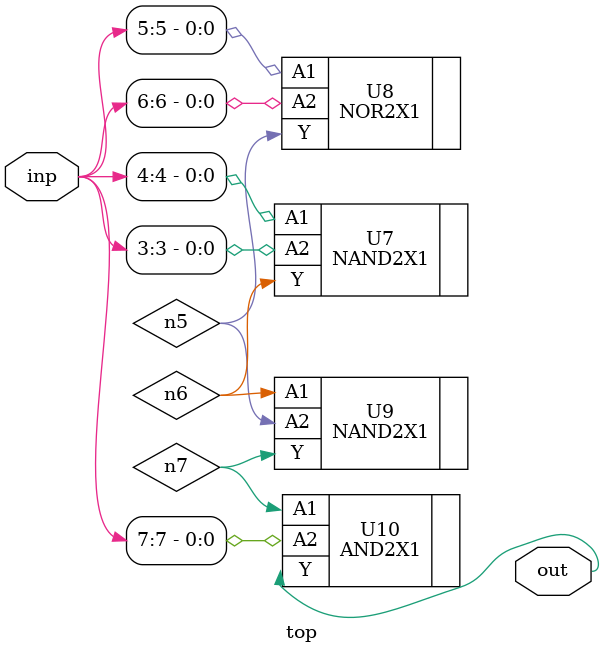
<source format=sv>


module top ( inp, out );
  input [7:0] inp;
  output out;
  wire   n5, n6, n7;

  NAND2X1 U7 ( .A1(inp[4]), .A2(inp[3]), .Y(n6) );
  NOR2X1 U8 ( .A1(inp[5]), .A2(inp[6]), .Y(n5) );
  NAND2X1 U9 ( .A1(n6), .A2(n5), .Y(n7) );
  AND2X1 U10 ( .A1(n7), .A2(inp[7]), .Y(out) );
endmodule


</source>
